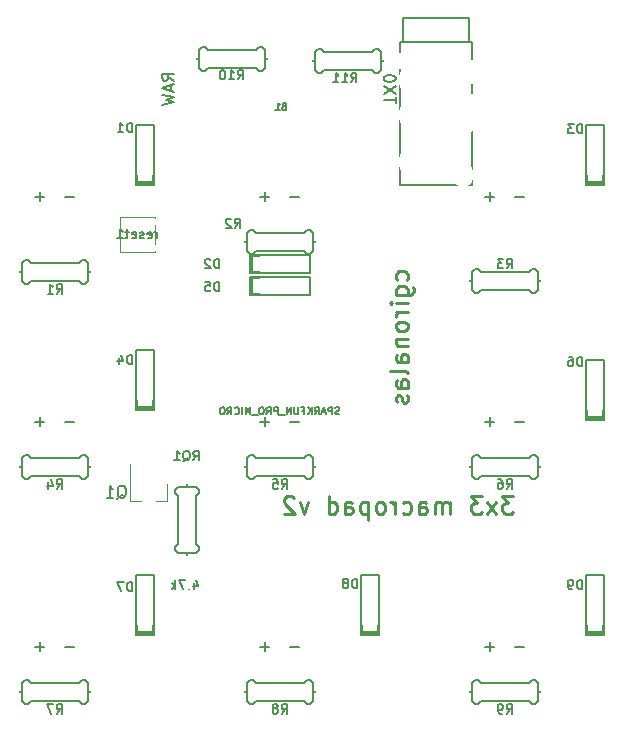
<source format=gbo>
G04 #@! TF.GenerationSoftware,KiCad,Pcbnew,(5.1.6)-1*
G04 #@! TF.CreationDate,2020-12-19T02:43:37-06:00*
G04 #@! TF.ProjectId,macropad_3x3,6d616372-6f70-4616-945f-3378332e6b69,rev?*
G04 #@! TF.SameCoordinates,Original*
G04 #@! TF.FileFunction,Legend,Bot*
G04 #@! TF.FilePolarity,Positive*
%FSLAX46Y46*%
G04 Gerber Fmt 4.6, Leading zero omitted, Abs format (unit mm)*
G04 Created by KiCad (PCBNEW (5.1.6)-1) date 2020-12-19 02:43:37*
%MOMM*%
%LPD*%
G01*
G04 APERTURE LIST*
%ADD10C,0.228600*%
%ADD11C,0.254000*%
%ADD12C,0.150000*%
%ADD13C,0.120000*%
%ADD14C,0.127000*%
%ADD15C,2.101600*%
%ADD16R,2.101600X3.301600*%
%ADD17R,2.101600X2.101600*%
%ADD18R,0.901600X2.001600*%
%ADD19C,1.701600*%
%ADD20R,1.601600X1.301600*%
%ADD21R,1.301600X1.601600*%
%ADD22C,2.351600*%
%ADD23C,4.089400*%
%ADD24C,1.851600*%
%ADD25C,1.801600*%
%ADD26C,0.901600*%
%ADD27C,2.006600*%
%ADD28R,2.006600X2.006600*%
%ADD29R,1.701600X1.701600*%
%ADD30R,1.301600X1.701600*%
%ADD31R,1.701600X1.301600*%
%ADD32O,1.701600X2.101600*%
%ADD33R,0.801600X0.601600*%
%ADD34C,2.082800*%
G04 APERTURE END LIST*
D10*
X61567142Y-42323357D02*
X61638571Y-42180500D01*
X61638571Y-41894785D01*
X61567142Y-41751928D01*
X61495714Y-41680500D01*
X61352857Y-41609071D01*
X60924285Y-41609071D01*
X60781428Y-41680500D01*
X60710000Y-41751928D01*
X60638571Y-41894785D01*
X60638571Y-42180500D01*
X60710000Y-42323357D01*
X60638571Y-43609071D02*
X61852857Y-43609071D01*
X61995714Y-43537642D01*
X62067142Y-43466214D01*
X62138571Y-43323357D01*
X62138571Y-43109071D01*
X62067142Y-42966214D01*
X61567142Y-43609071D02*
X61638571Y-43466214D01*
X61638571Y-43180500D01*
X61567142Y-43037642D01*
X61495714Y-42966214D01*
X61352857Y-42894785D01*
X60924285Y-42894785D01*
X60781428Y-42966214D01*
X60710000Y-43037642D01*
X60638571Y-43180500D01*
X60638571Y-43466214D01*
X60710000Y-43609071D01*
X61638571Y-44323357D02*
X60638571Y-44323357D01*
X60138571Y-44323357D02*
X60210000Y-44251928D01*
X60281428Y-44323357D01*
X60210000Y-44394785D01*
X60138571Y-44323357D01*
X60281428Y-44323357D01*
X61638571Y-45037642D02*
X60638571Y-45037642D01*
X60924285Y-45037642D02*
X60781428Y-45109071D01*
X60710000Y-45180500D01*
X60638571Y-45323357D01*
X60638571Y-45466214D01*
X61638571Y-46180500D02*
X61567142Y-46037642D01*
X61495714Y-45966214D01*
X61352857Y-45894785D01*
X60924285Y-45894785D01*
X60781428Y-45966214D01*
X60710000Y-46037642D01*
X60638571Y-46180500D01*
X60638571Y-46394785D01*
X60710000Y-46537642D01*
X60781428Y-46609071D01*
X60924285Y-46680500D01*
X61352857Y-46680500D01*
X61495714Y-46609071D01*
X61567142Y-46537642D01*
X61638571Y-46394785D01*
X61638571Y-46180500D01*
X60638571Y-47323357D02*
X61638571Y-47323357D01*
X60781428Y-47323357D02*
X60710000Y-47394785D01*
X60638571Y-47537642D01*
X60638571Y-47751928D01*
X60710000Y-47894785D01*
X60852857Y-47966214D01*
X61638571Y-47966214D01*
X61638571Y-49323357D02*
X60852857Y-49323357D01*
X60710000Y-49251928D01*
X60638571Y-49109071D01*
X60638571Y-48823357D01*
X60710000Y-48680500D01*
X61567142Y-49323357D02*
X61638571Y-49180500D01*
X61638571Y-48823357D01*
X61567142Y-48680500D01*
X61424285Y-48609071D01*
X61281428Y-48609071D01*
X61138571Y-48680500D01*
X61067142Y-48823357D01*
X61067142Y-49180500D01*
X60995714Y-49323357D01*
X61638571Y-50251928D02*
X61567142Y-50109071D01*
X61424285Y-50037642D01*
X60138571Y-50037642D01*
X61638571Y-51466214D02*
X60852857Y-51466214D01*
X60710000Y-51394785D01*
X60638571Y-51251928D01*
X60638571Y-50966214D01*
X60710000Y-50823357D01*
X61567142Y-51466214D02*
X61638571Y-51323357D01*
X61638571Y-50966214D01*
X61567142Y-50823357D01*
X61424285Y-50751928D01*
X61281428Y-50751928D01*
X61138571Y-50823357D01*
X61067142Y-50966214D01*
X61067142Y-51323357D01*
X60995714Y-51466214D01*
X61567142Y-52109071D02*
X61638571Y-52251928D01*
X61638571Y-52537642D01*
X61567142Y-52680500D01*
X61424285Y-52751928D01*
X61352857Y-52751928D01*
X61210000Y-52680500D01*
X61138571Y-52537642D01*
X61138571Y-52323357D01*
X61067142Y-52180500D01*
X60924285Y-52109071D01*
X60852857Y-52109071D01*
X60710000Y-52180500D01*
X60638571Y-52323357D01*
X60638571Y-52537642D01*
X60710000Y-52680500D01*
D11*
X70583000Y-60646571D02*
X69654428Y-60646571D01*
X70154428Y-61218000D01*
X69940142Y-61218000D01*
X69797285Y-61289428D01*
X69725857Y-61360857D01*
X69654428Y-61503714D01*
X69654428Y-61860857D01*
X69725857Y-62003714D01*
X69797285Y-62075142D01*
X69940142Y-62146571D01*
X70368714Y-62146571D01*
X70511571Y-62075142D01*
X70583000Y-62003714D01*
X69154428Y-62146571D02*
X68368714Y-61146571D01*
X69154428Y-61146571D02*
X68368714Y-62146571D01*
X67940142Y-60646571D02*
X67011571Y-60646571D01*
X67511571Y-61218000D01*
X67297285Y-61218000D01*
X67154428Y-61289428D01*
X67083000Y-61360857D01*
X67011571Y-61503714D01*
X67011571Y-61860857D01*
X67083000Y-62003714D01*
X67154428Y-62075142D01*
X67297285Y-62146571D01*
X67725857Y-62146571D01*
X67868714Y-62075142D01*
X67940142Y-62003714D01*
X65225857Y-62146571D02*
X65225857Y-61146571D01*
X65225857Y-61289428D02*
X65154428Y-61218000D01*
X65011571Y-61146571D01*
X64797285Y-61146571D01*
X64654428Y-61218000D01*
X64583000Y-61360857D01*
X64583000Y-62146571D01*
X64583000Y-61360857D02*
X64511571Y-61218000D01*
X64368714Y-61146571D01*
X64154428Y-61146571D01*
X64011571Y-61218000D01*
X63940142Y-61360857D01*
X63940142Y-62146571D01*
X62583000Y-62146571D02*
X62583000Y-61360857D01*
X62654428Y-61218000D01*
X62797285Y-61146571D01*
X63083000Y-61146571D01*
X63225857Y-61218000D01*
X62583000Y-62075142D02*
X62725857Y-62146571D01*
X63083000Y-62146571D01*
X63225857Y-62075142D01*
X63297285Y-61932285D01*
X63297285Y-61789428D01*
X63225857Y-61646571D01*
X63083000Y-61575142D01*
X62725857Y-61575142D01*
X62583000Y-61503714D01*
X61225857Y-62075142D02*
X61368714Y-62146571D01*
X61654428Y-62146571D01*
X61797285Y-62075142D01*
X61868714Y-62003714D01*
X61940142Y-61860857D01*
X61940142Y-61432285D01*
X61868714Y-61289428D01*
X61797285Y-61218000D01*
X61654428Y-61146571D01*
X61368714Y-61146571D01*
X61225857Y-61218000D01*
X60583000Y-62146571D02*
X60583000Y-61146571D01*
X60583000Y-61432285D02*
X60511571Y-61289428D01*
X60440142Y-61218000D01*
X60297285Y-61146571D01*
X60154428Y-61146571D01*
X59440142Y-62146571D02*
X59583000Y-62075142D01*
X59654428Y-62003714D01*
X59725857Y-61860857D01*
X59725857Y-61432285D01*
X59654428Y-61289428D01*
X59583000Y-61218000D01*
X59440142Y-61146571D01*
X59225857Y-61146571D01*
X59083000Y-61218000D01*
X59011571Y-61289428D01*
X58940142Y-61432285D01*
X58940142Y-61860857D01*
X59011571Y-62003714D01*
X59083000Y-62075142D01*
X59225857Y-62146571D01*
X59440142Y-62146571D01*
X58297285Y-61146571D02*
X58297285Y-62646571D01*
X58297285Y-61218000D02*
X58154428Y-61146571D01*
X57868714Y-61146571D01*
X57725857Y-61218000D01*
X57654428Y-61289428D01*
X57583000Y-61432285D01*
X57583000Y-61860857D01*
X57654428Y-62003714D01*
X57725857Y-62075142D01*
X57868714Y-62146571D01*
X58154428Y-62146571D01*
X58297285Y-62075142D01*
X56297285Y-62146571D02*
X56297285Y-61360857D01*
X56368714Y-61218000D01*
X56511571Y-61146571D01*
X56797285Y-61146571D01*
X56940142Y-61218000D01*
X56297285Y-62075142D02*
X56440142Y-62146571D01*
X56797285Y-62146571D01*
X56940142Y-62075142D01*
X57011571Y-61932285D01*
X57011571Y-61789428D01*
X56940142Y-61646571D01*
X56797285Y-61575142D01*
X56440142Y-61575142D01*
X56297285Y-61503714D01*
X54940142Y-62146571D02*
X54940142Y-60646571D01*
X54940142Y-62075142D02*
X55083000Y-62146571D01*
X55368714Y-62146571D01*
X55511571Y-62075142D01*
X55583000Y-62003714D01*
X55654428Y-61860857D01*
X55654428Y-61432285D01*
X55583000Y-61289428D01*
X55511571Y-61218000D01*
X55368714Y-61146571D01*
X55083000Y-61146571D01*
X54940142Y-61218000D01*
X53225857Y-61146571D02*
X52868714Y-62146571D01*
X52511571Y-61146571D01*
X52011571Y-60789428D02*
X51940142Y-60718000D01*
X51797285Y-60646571D01*
X51440142Y-60646571D01*
X51297285Y-60718000D01*
X51225857Y-60789428D01*
X51154428Y-60932285D01*
X51154428Y-61075142D01*
X51225857Y-61289428D01*
X52083000Y-62146571D01*
X51154428Y-62146571D01*
D12*
X60618619Y-27400095D02*
X60618619Y-26828666D01*
X59618619Y-27114380D02*
X60618619Y-27114380D01*
X60618619Y-26590571D02*
X59618619Y-25923904D01*
X60618619Y-25923904D02*
X59618619Y-26590571D01*
X60618619Y-25352476D02*
X60618619Y-25257238D01*
X60571000Y-25162000D01*
X60523380Y-25114380D01*
X60428142Y-25066761D01*
X60237666Y-25019142D01*
X59999571Y-25019142D01*
X59809095Y-25066761D01*
X59713857Y-25114380D01*
X59666238Y-25162000D01*
X59618619Y-25257238D01*
X59618619Y-25352476D01*
X59666238Y-25447714D01*
X59713857Y-25495333D01*
X59809095Y-25542952D01*
X59999571Y-25590571D01*
X60237666Y-25590571D01*
X60428142Y-25542952D01*
X60523380Y-25495333D01*
X60571000Y-25447714D01*
X60618619Y-25352476D01*
X41854380Y-25471523D02*
X41378190Y-25138190D01*
X41854380Y-24900095D02*
X40854380Y-24900095D01*
X40854380Y-25281047D01*
X40902000Y-25376285D01*
X40949619Y-25423904D01*
X41044857Y-25471523D01*
X41187714Y-25471523D01*
X41282952Y-25423904D01*
X41330571Y-25376285D01*
X41378190Y-25281047D01*
X41378190Y-24900095D01*
X41568666Y-25852476D02*
X41568666Y-26328666D01*
X41854380Y-25757238D02*
X40854380Y-26090571D01*
X41854380Y-26423904D01*
X40854380Y-26662000D02*
X41854380Y-26900095D01*
X41140095Y-27090571D01*
X41854380Y-27281047D01*
X40854380Y-27519142D01*
D13*
G04 #@! TO.C,Q1*
X41267500Y-61085000D02*
X41267500Y-59625000D01*
X38107500Y-61085000D02*
X38107500Y-57925000D01*
X38107500Y-61085000D02*
X39037500Y-61085000D01*
X41267500Y-61085000D02*
X40337500Y-61085000D01*
D12*
G04 #@! TO.C,R11*
X59346000Y-23050500D02*
X59092000Y-22796500D01*
X59092000Y-22796500D02*
X58838000Y-22796500D01*
X58838000Y-22796500D02*
X58584000Y-23050500D01*
X58584000Y-23050500D02*
X54520000Y-23050500D01*
X54520000Y-23050500D02*
X54266000Y-22796500D01*
X54266000Y-22796500D02*
X54012000Y-22796500D01*
X54012000Y-22796500D02*
X53758000Y-23050500D01*
X53758000Y-23050500D02*
X53758000Y-24574500D01*
X53758000Y-24574500D02*
X54012000Y-24828500D01*
X54012000Y-24828500D02*
X54266000Y-24828500D01*
X54266000Y-24828500D02*
X54520000Y-24574500D01*
X54520000Y-24574500D02*
X58584000Y-24574500D01*
X58584000Y-24574500D02*
X58838000Y-24828500D01*
X58838000Y-24828500D02*
X59092000Y-24828500D01*
X59092000Y-24828500D02*
X59346000Y-24574500D01*
X59346000Y-24574500D02*
X59346000Y-23050500D01*
X59854000Y-23812500D02*
X59346000Y-23812500D01*
X53758000Y-23812500D02*
X53250000Y-23812500D01*
G04 #@! TO.C,R10*
X43968500Y-24384000D02*
X44222500Y-24638000D01*
X44222500Y-24638000D02*
X44476500Y-24638000D01*
X44476500Y-24638000D02*
X44730500Y-24384000D01*
X44730500Y-24384000D02*
X48794500Y-24384000D01*
X48794500Y-24384000D02*
X49048500Y-24638000D01*
X49048500Y-24638000D02*
X49302500Y-24638000D01*
X49302500Y-24638000D02*
X49556500Y-24384000D01*
X49556500Y-24384000D02*
X49556500Y-22860000D01*
X49556500Y-22860000D02*
X49302500Y-22606000D01*
X49302500Y-22606000D02*
X49048500Y-22606000D01*
X49048500Y-22606000D02*
X48794500Y-22860000D01*
X48794500Y-22860000D02*
X44730500Y-22860000D01*
X44730500Y-22860000D02*
X44476500Y-22606000D01*
X44476500Y-22606000D02*
X44222500Y-22606000D01*
X44222500Y-22606000D02*
X43968500Y-22860000D01*
X43968500Y-22860000D02*
X43968500Y-24384000D01*
X43460500Y-23622000D02*
X43968500Y-23622000D01*
X49556500Y-23622000D02*
X50064500Y-23622000D01*
G04 #@! TO.C,R9*
X72644000Y-76454000D02*
X72390000Y-76200000D01*
X72390000Y-76200000D02*
X72136000Y-76200000D01*
X72136000Y-76200000D02*
X71882000Y-76454000D01*
X71882000Y-76454000D02*
X67818000Y-76454000D01*
X67818000Y-76454000D02*
X67564000Y-76200000D01*
X67564000Y-76200000D02*
X67310000Y-76200000D01*
X67310000Y-76200000D02*
X67056000Y-76454000D01*
X67056000Y-76454000D02*
X67056000Y-77978000D01*
X67056000Y-77978000D02*
X67310000Y-78232000D01*
X67310000Y-78232000D02*
X67564000Y-78232000D01*
X67564000Y-78232000D02*
X67818000Y-77978000D01*
X67818000Y-77978000D02*
X71882000Y-77978000D01*
X71882000Y-77978000D02*
X72136000Y-78232000D01*
X72136000Y-78232000D02*
X72390000Y-78232000D01*
X72390000Y-78232000D02*
X72644000Y-77978000D01*
X72644000Y-77978000D02*
X72644000Y-76454000D01*
X73152000Y-77216000D02*
X72644000Y-77216000D01*
X67056000Y-77216000D02*
X66548000Y-77216000D01*
G04 #@! TO.C,R8*
X53594000Y-76454000D02*
X53340000Y-76200000D01*
X53340000Y-76200000D02*
X53086000Y-76200000D01*
X53086000Y-76200000D02*
X52832000Y-76454000D01*
X52832000Y-76454000D02*
X48768000Y-76454000D01*
X48768000Y-76454000D02*
X48514000Y-76200000D01*
X48514000Y-76200000D02*
X48260000Y-76200000D01*
X48260000Y-76200000D02*
X48006000Y-76454000D01*
X48006000Y-76454000D02*
X48006000Y-77978000D01*
X48006000Y-77978000D02*
X48260000Y-78232000D01*
X48260000Y-78232000D02*
X48514000Y-78232000D01*
X48514000Y-78232000D02*
X48768000Y-77978000D01*
X48768000Y-77978000D02*
X52832000Y-77978000D01*
X52832000Y-77978000D02*
X53086000Y-78232000D01*
X53086000Y-78232000D02*
X53340000Y-78232000D01*
X53340000Y-78232000D02*
X53594000Y-77978000D01*
X53594000Y-77978000D02*
X53594000Y-76454000D01*
X54102000Y-77216000D02*
X53594000Y-77216000D01*
X48006000Y-77216000D02*
X47498000Y-77216000D01*
G04 #@! TO.C,R7*
X34544000Y-76454000D02*
X34290000Y-76200000D01*
X34290000Y-76200000D02*
X34036000Y-76200000D01*
X34036000Y-76200000D02*
X33782000Y-76454000D01*
X33782000Y-76454000D02*
X29718000Y-76454000D01*
X29718000Y-76454000D02*
X29464000Y-76200000D01*
X29464000Y-76200000D02*
X29210000Y-76200000D01*
X29210000Y-76200000D02*
X28956000Y-76454000D01*
X28956000Y-76454000D02*
X28956000Y-77978000D01*
X28956000Y-77978000D02*
X29210000Y-78232000D01*
X29210000Y-78232000D02*
X29464000Y-78232000D01*
X29464000Y-78232000D02*
X29718000Y-77978000D01*
X29718000Y-77978000D02*
X33782000Y-77978000D01*
X33782000Y-77978000D02*
X34036000Y-78232000D01*
X34036000Y-78232000D02*
X34290000Y-78232000D01*
X34290000Y-78232000D02*
X34544000Y-77978000D01*
X34544000Y-77978000D02*
X34544000Y-76454000D01*
X35052000Y-77216000D02*
X34544000Y-77216000D01*
X28956000Y-77216000D02*
X28448000Y-77216000D01*
G04 #@! TO.C,R6*
X72644000Y-57404000D02*
X72390000Y-57150000D01*
X72390000Y-57150000D02*
X72136000Y-57150000D01*
X72136000Y-57150000D02*
X71882000Y-57404000D01*
X71882000Y-57404000D02*
X67818000Y-57404000D01*
X67818000Y-57404000D02*
X67564000Y-57150000D01*
X67564000Y-57150000D02*
X67310000Y-57150000D01*
X67310000Y-57150000D02*
X67056000Y-57404000D01*
X67056000Y-57404000D02*
X67056000Y-58928000D01*
X67056000Y-58928000D02*
X67310000Y-59182000D01*
X67310000Y-59182000D02*
X67564000Y-59182000D01*
X67564000Y-59182000D02*
X67818000Y-58928000D01*
X67818000Y-58928000D02*
X71882000Y-58928000D01*
X71882000Y-58928000D02*
X72136000Y-59182000D01*
X72136000Y-59182000D02*
X72390000Y-59182000D01*
X72390000Y-59182000D02*
X72644000Y-58928000D01*
X72644000Y-58928000D02*
X72644000Y-57404000D01*
X73152000Y-58166000D02*
X72644000Y-58166000D01*
X67056000Y-58166000D02*
X66548000Y-58166000D01*
G04 #@! TO.C,R5*
X53594000Y-57404000D02*
X53340000Y-57150000D01*
X53340000Y-57150000D02*
X53086000Y-57150000D01*
X53086000Y-57150000D02*
X52832000Y-57404000D01*
X52832000Y-57404000D02*
X48768000Y-57404000D01*
X48768000Y-57404000D02*
X48514000Y-57150000D01*
X48514000Y-57150000D02*
X48260000Y-57150000D01*
X48260000Y-57150000D02*
X48006000Y-57404000D01*
X48006000Y-57404000D02*
X48006000Y-58928000D01*
X48006000Y-58928000D02*
X48260000Y-59182000D01*
X48260000Y-59182000D02*
X48514000Y-59182000D01*
X48514000Y-59182000D02*
X48768000Y-58928000D01*
X48768000Y-58928000D02*
X52832000Y-58928000D01*
X52832000Y-58928000D02*
X53086000Y-59182000D01*
X53086000Y-59182000D02*
X53340000Y-59182000D01*
X53340000Y-59182000D02*
X53594000Y-58928000D01*
X53594000Y-58928000D02*
X53594000Y-57404000D01*
X54102000Y-58166000D02*
X53594000Y-58166000D01*
X48006000Y-58166000D02*
X47498000Y-58166000D01*
G04 #@! TO.C,R4*
X34544000Y-57404000D02*
X34290000Y-57150000D01*
X34290000Y-57150000D02*
X34036000Y-57150000D01*
X34036000Y-57150000D02*
X33782000Y-57404000D01*
X33782000Y-57404000D02*
X29718000Y-57404000D01*
X29718000Y-57404000D02*
X29464000Y-57150000D01*
X29464000Y-57150000D02*
X29210000Y-57150000D01*
X29210000Y-57150000D02*
X28956000Y-57404000D01*
X28956000Y-57404000D02*
X28956000Y-58928000D01*
X28956000Y-58928000D02*
X29210000Y-59182000D01*
X29210000Y-59182000D02*
X29464000Y-59182000D01*
X29464000Y-59182000D02*
X29718000Y-58928000D01*
X29718000Y-58928000D02*
X33782000Y-58928000D01*
X33782000Y-58928000D02*
X34036000Y-59182000D01*
X34036000Y-59182000D02*
X34290000Y-59182000D01*
X34290000Y-59182000D02*
X34544000Y-58928000D01*
X34544000Y-58928000D02*
X34544000Y-57404000D01*
X35052000Y-58166000D02*
X34544000Y-58166000D01*
X28956000Y-58166000D02*
X28448000Y-58166000D01*
G04 #@! TO.C,R3*
X72644000Y-41656000D02*
X72390000Y-41402000D01*
X72390000Y-41402000D02*
X72136000Y-41402000D01*
X72136000Y-41402000D02*
X71882000Y-41656000D01*
X71882000Y-41656000D02*
X67818000Y-41656000D01*
X67818000Y-41656000D02*
X67564000Y-41402000D01*
X67564000Y-41402000D02*
X67310000Y-41402000D01*
X67310000Y-41402000D02*
X67056000Y-41656000D01*
X67056000Y-41656000D02*
X67056000Y-43180000D01*
X67056000Y-43180000D02*
X67310000Y-43434000D01*
X67310000Y-43434000D02*
X67564000Y-43434000D01*
X67564000Y-43434000D02*
X67818000Y-43180000D01*
X67818000Y-43180000D02*
X71882000Y-43180000D01*
X71882000Y-43180000D02*
X72136000Y-43434000D01*
X72136000Y-43434000D02*
X72390000Y-43434000D01*
X72390000Y-43434000D02*
X72644000Y-43180000D01*
X72644000Y-43180000D02*
X72644000Y-41656000D01*
X73152000Y-42418000D02*
X72644000Y-42418000D01*
X67056000Y-42418000D02*
X66548000Y-42418000D01*
G04 #@! TO.C,R2*
X53594000Y-38354000D02*
X53340000Y-38100000D01*
X53340000Y-38100000D02*
X53086000Y-38100000D01*
X53086000Y-38100000D02*
X52832000Y-38354000D01*
X52832000Y-38354000D02*
X48768000Y-38354000D01*
X48768000Y-38354000D02*
X48514000Y-38100000D01*
X48514000Y-38100000D02*
X48260000Y-38100000D01*
X48260000Y-38100000D02*
X48006000Y-38354000D01*
X48006000Y-38354000D02*
X48006000Y-39878000D01*
X48006000Y-39878000D02*
X48260000Y-40132000D01*
X48260000Y-40132000D02*
X48514000Y-40132000D01*
X48514000Y-40132000D02*
X48768000Y-39878000D01*
X48768000Y-39878000D02*
X52832000Y-39878000D01*
X52832000Y-39878000D02*
X53086000Y-40132000D01*
X53086000Y-40132000D02*
X53340000Y-40132000D01*
X53340000Y-40132000D02*
X53594000Y-39878000D01*
X53594000Y-39878000D02*
X53594000Y-38354000D01*
X54102000Y-39116000D02*
X53594000Y-39116000D01*
X48006000Y-39116000D02*
X47498000Y-39116000D01*
G04 #@! TO.C,R1*
X34544000Y-40894000D02*
X34290000Y-40640000D01*
X34290000Y-40640000D02*
X34036000Y-40640000D01*
X34036000Y-40640000D02*
X33782000Y-40894000D01*
X33782000Y-40894000D02*
X29718000Y-40894000D01*
X29718000Y-40894000D02*
X29464000Y-40640000D01*
X29464000Y-40640000D02*
X29210000Y-40640000D01*
X29210000Y-40640000D02*
X28956000Y-40894000D01*
X28956000Y-40894000D02*
X28956000Y-42418000D01*
X28956000Y-42418000D02*
X29210000Y-42672000D01*
X29210000Y-42672000D02*
X29464000Y-42672000D01*
X29464000Y-42672000D02*
X29718000Y-42418000D01*
X29718000Y-42418000D02*
X33782000Y-42418000D01*
X33782000Y-42418000D02*
X34036000Y-42672000D01*
X34036000Y-42672000D02*
X34290000Y-42672000D01*
X34290000Y-42672000D02*
X34544000Y-42418000D01*
X34544000Y-42418000D02*
X34544000Y-40894000D01*
X35052000Y-41656000D02*
X34544000Y-41656000D01*
X28956000Y-41656000D02*
X28448000Y-41656000D01*
G04 #@! TO.C,RQ1*
X42926000Y-65495000D02*
X42926000Y-66003000D01*
X42926000Y-59399000D02*
X42926000Y-59907000D01*
X42164000Y-59907000D02*
X43688000Y-59907000D01*
X41910000Y-60161000D02*
X42164000Y-59907000D01*
X41910000Y-60415000D02*
X41910000Y-60161000D01*
X42164000Y-60669000D02*
X41910000Y-60415000D01*
X42164000Y-64733000D02*
X42164000Y-60669000D01*
X41910000Y-64987000D02*
X42164000Y-64733000D01*
X41910000Y-65241000D02*
X41910000Y-64987000D01*
X42164000Y-65495000D02*
X41910000Y-65241000D01*
X43688000Y-65495000D02*
X42164000Y-65495000D01*
X43942000Y-65241000D02*
X43688000Y-65495000D01*
X43942000Y-64987000D02*
X43942000Y-65241000D01*
X43688000Y-64733000D02*
X43942000Y-64987000D01*
X43688000Y-60669000D02*
X43688000Y-64733000D01*
X43942000Y-60415000D02*
X43688000Y-60669000D01*
X43942000Y-60161000D02*
X43942000Y-60415000D01*
X43688000Y-59907000D02*
X43942000Y-60161000D01*
G04 #@! TO.C,D9*
X76708000Y-71628000D02*
X78232000Y-71628000D01*
X76708000Y-71755000D02*
X78232000Y-71755000D01*
X78232000Y-71882000D02*
X76708000Y-71882000D01*
X76708000Y-72263000D02*
X78232000Y-72263000D01*
X78232000Y-72136000D02*
X76708000Y-72136000D01*
X76708000Y-72009000D02*
X78232000Y-72009000D01*
X78232000Y-67310000D02*
X76708000Y-67310000D01*
X78232000Y-72390000D02*
X78232000Y-67310000D01*
X76708000Y-72390000D02*
X78232000Y-72390000D01*
X76708000Y-67310000D02*
X76708000Y-72390000D01*
G04 #@! TO.C,D8*
X57658000Y-71628000D02*
X59182000Y-71628000D01*
X57658000Y-71755000D02*
X59182000Y-71755000D01*
X59182000Y-71882000D02*
X57658000Y-71882000D01*
X57658000Y-72263000D02*
X59182000Y-72263000D01*
X59182000Y-72136000D02*
X57658000Y-72136000D01*
X57658000Y-72009000D02*
X59182000Y-72009000D01*
X59182000Y-67310000D02*
X57658000Y-67310000D01*
X59182000Y-72390000D02*
X59182000Y-67310000D01*
X57658000Y-72390000D02*
X59182000Y-72390000D01*
X57658000Y-67310000D02*
X57658000Y-72390000D01*
G04 #@! TO.C,D7*
X38608000Y-71628000D02*
X40132000Y-71628000D01*
X38608000Y-71755000D02*
X40132000Y-71755000D01*
X40132000Y-71882000D02*
X38608000Y-71882000D01*
X38608000Y-72263000D02*
X40132000Y-72263000D01*
X40132000Y-72136000D02*
X38608000Y-72136000D01*
X38608000Y-72009000D02*
X40132000Y-72009000D01*
X40132000Y-67310000D02*
X38608000Y-67310000D01*
X40132000Y-72390000D02*
X40132000Y-67310000D01*
X38608000Y-72390000D02*
X40132000Y-72390000D01*
X38608000Y-67310000D02*
X38608000Y-72390000D01*
G04 #@! TO.C,D6*
X76708000Y-53440500D02*
X78232000Y-53440500D01*
X76708000Y-53567500D02*
X78232000Y-53567500D01*
X78232000Y-53694500D02*
X76708000Y-53694500D01*
X76708000Y-54075500D02*
X78232000Y-54075500D01*
X78232000Y-53948500D02*
X76708000Y-53948500D01*
X76708000Y-53821500D02*
X78232000Y-53821500D01*
X78232000Y-49122500D02*
X76708000Y-49122500D01*
X78232000Y-54202500D02*
X78232000Y-49122500D01*
X76708000Y-54202500D02*
X78232000Y-54202500D01*
X76708000Y-49122500D02*
X76708000Y-54202500D01*
G04 #@! TO.C,D5*
X49022000Y-42100500D02*
X49022000Y-43624500D01*
X48895000Y-42100500D02*
X48895000Y-43624500D01*
X48768000Y-43624500D02*
X48768000Y-42100500D01*
X48387000Y-42100500D02*
X48387000Y-43624500D01*
X48514000Y-43624500D02*
X48514000Y-42100500D01*
X48641000Y-42100500D02*
X48641000Y-43624500D01*
X53340000Y-43624500D02*
X53340000Y-42100500D01*
X48260000Y-43624500D02*
X53340000Y-43624500D01*
X48260000Y-42100500D02*
X48260000Y-43624500D01*
X53340000Y-42100500D02*
X48260000Y-42100500D01*
G04 #@! TO.C,D4*
X38608000Y-52578000D02*
X40132000Y-52578000D01*
X38608000Y-52705000D02*
X40132000Y-52705000D01*
X40132000Y-52832000D02*
X38608000Y-52832000D01*
X38608000Y-53213000D02*
X40132000Y-53213000D01*
X40132000Y-53086000D02*
X38608000Y-53086000D01*
X38608000Y-52959000D02*
X40132000Y-52959000D01*
X40132000Y-48260000D02*
X38608000Y-48260000D01*
X40132000Y-53340000D02*
X40132000Y-48260000D01*
X38608000Y-53340000D02*
X40132000Y-53340000D01*
X38608000Y-48260000D02*
X38608000Y-53340000D01*
G04 #@! TO.C,D3*
X76708000Y-33528000D02*
X78232000Y-33528000D01*
X76708000Y-33655000D02*
X78232000Y-33655000D01*
X78232000Y-33782000D02*
X76708000Y-33782000D01*
X76708000Y-34163000D02*
X78232000Y-34163000D01*
X78232000Y-34036000D02*
X76708000Y-34036000D01*
X76708000Y-33909000D02*
X78232000Y-33909000D01*
X78232000Y-29210000D02*
X76708000Y-29210000D01*
X78232000Y-34290000D02*
X78232000Y-29210000D01*
X76708000Y-34290000D02*
X78232000Y-34290000D01*
X76708000Y-29210000D02*
X76708000Y-34290000D01*
G04 #@! TO.C,D2*
X49022000Y-40259000D02*
X49022000Y-41783000D01*
X48895000Y-40259000D02*
X48895000Y-41783000D01*
X48768000Y-41783000D02*
X48768000Y-40259000D01*
X48387000Y-40259000D02*
X48387000Y-41783000D01*
X48514000Y-41783000D02*
X48514000Y-40259000D01*
X48641000Y-40259000D02*
X48641000Y-41783000D01*
X53340000Y-41783000D02*
X53340000Y-40259000D01*
X48260000Y-41783000D02*
X53340000Y-41783000D01*
X48260000Y-40259000D02*
X48260000Y-41783000D01*
X53340000Y-40259000D02*
X48260000Y-40259000D01*
G04 #@! TO.C,D1*
X38608000Y-33528000D02*
X40132000Y-33528000D01*
X38608000Y-33655000D02*
X40132000Y-33655000D01*
X40132000Y-33782000D02*
X38608000Y-33782000D01*
X38608000Y-34163000D02*
X40132000Y-34163000D01*
X40132000Y-34036000D02*
X38608000Y-34036000D01*
X38608000Y-33909000D02*
X40132000Y-33909000D01*
X40132000Y-29210000D02*
X38608000Y-29210000D01*
X40132000Y-34290000D02*
X40132000Y-29210000D01*
X38608000Y-34290000D02*
X40132000Y-34290000D01*
X38608000Y-29210000D02*
X38608000Y-34290000D01*
G04 #@! TO.C,U1*
X61257500Y-20200000D02*
X66857500Y-20200000D01*
X66857500Y-22200000D02*
X66857500Y-20200000D01*
X61257500Y-22200000D02*
X61257500Y-20200000D01*
X67107500Y-22200000D02*
X67107500Y-34300000D01*
X61007500Y-22200000D02*
X61007500Y-34300000D01*
X61007500Y-34300000D02*
X67107500Y-34300000D01*
X61007500Y-22200000D02*
X67107500Y-22200000D01*
D13*
G04 #@! TO.C,reset1*
X37257000Y-40024000D02*
X37257000Y-37024000D01*
X40257000Y-40024000D02*
X40257000Y-37024000D01*
X40257000Y-37024000D02*
X37257000Y-37024000D01*
X40257000Y-40024000D02*
X37257000Y-40024000D01*
G04 #@! TO.C,Q1*
D12*
X37052238Y-60872619D02*
X37147476Y-60825000D01*
X37242714Y-60729761D01*
X37385571Y-60586904D01*
X37480809Y-60539285D01*
X37576047Y-60539285D01*
X37528428Y-60777380D02*
X37623666Y-60729761D01*
X37718904Y-60634523D01*
X37766523Y-60444047D01*
X37766523Y-60110714D01*
X37718904Y-59920238D01*
X37623666Y-59825000D01*
X37528428Y-59777380D01*
X37337952Y-59777380D01*
X37242714Y-59825000D01*
X37147476Y-59920238D01*
X37099857Y-60110714D01*
X37099857Y-60444047D01*
X37147476Y-60634523D01*
X37242714Y-60729761D01*
X37337952Y-60777380D01*
X37528428Y-60777380D01*
X36147476Y-60777380D02*
X36718904Y-60777380D01*
X36433190Y-60777380D02*
X36433190Y-59777380D01*
X36528428Y-59920238D01*
X36623666Y-60015476D01*
X36718904Y-60063095D01*
G04 #@! TO.C,R11*
X56849285Y-25634904D02*
X57115952Y-25253952D01*
X57306428Y-25634904D02*
X57306428Y-24834904D01*
X57001666Y-24834904D01*
X56925476Y-24873000D01*
X56887380Y-24911095D01*
X56849285Y-24987285D01*
X56849285Y-25101571D01*
X56887380Y-25177761D01*
X56925476Y-25215857D01*
X57001666Y-25253952D01*
X57306428Y-25253952D01*
X56087380Y-25634904D02*
X56544523Y-25634904D01*
X56315952Y-25634904D02*
X56315952Y-24834904D01*
X56392142Y-24949190D01*
X56468333Y-25025380D01*
X56544523Y-25063476D01*
X55325476Y-25634904D02*
X55782619Y-25634904D01*
X55554047Y-25634904D02*
X55554047Y-24834904D01*
X55630238Y-24949190D01*
X55706428Y-25025380D01*
X55782619Y-25063476D01*
G04 #@! TO.C,R10*
X47251385Y-25380904D02*
X47518052Y-24999952D01*
X47708528Y-25380904D02*
X47708528Y-24580904D01*
X47403766Y-24580904D01*
X47327576Y-24619000D01*
X47289480Y-24657095D01*
X47251385Y-24733285D01*
X47251385Y-24847571D01*
X47289480Y-24923761D01*
X47327576Y-24961857D01*
X47403766Y-24999952D01*
X47708528Y-24999952D01*
X46489480Y-25380904D02*
X46946623Y-25380904D01*
X46718052Y-25380904D02*
X46718052Y-24580904D01*
X46794242Y-24695190D01*
X46870433Y-24771380D01*
X46946623Y-24809476D01*
X45994242Y-24580904D02*
X45918052Y-24580904D01*
X45841861Y-24619000D01*
X45803766Y-24657095D01*
X45765671Y-24733285D01*
X45727576Y-24885666D01*
X45727576Y-25076142D01*
X45765671Y-25228523D01*
X45803766Y-25304714D01*
X45841861Y-25342809D01*
X45918052Y-25380904D01*
X45994242Y-25380904D01*
X46070433Y-25342809D01*
X46108528Y-25304714D01*
X46146623Y-25228523D01*
X46184719Y-25076142D01*
X46184719Y-24885666D01*
X46146623Y-24733285D01*
X46108528Y-24657095D01*
X46070433Y-24619000D01*
X45994242Y-24580904D01*
G04 #@! TO.C,R9*
X70008733Y-79077904D02*
X70275400Y-78696952D01*
X70465876Y-79077904D02*
X70465876Y-78277904D01*
X70161114Y-78277904D01*
X70084923Y-78316000D01*
X70046828Y-78354095D01*
X70008733Y-78430285D01*
X70008733Y-78544571D01*
X70046828Y-78620761D01*
X70084923Y-78658857D01*
X70161114Y-78696952D01*
X70465876Y-78696952D01*
X69627780Y-79077904D02*
X69475400Y-79077904D01*
X69399209Y-79039809D01*
X69361114Y-79001714D01*
X69284923Y-78887428D01*
X69246828Y-78735047D01*
X69246828Y-78430285D01*
X69284923Y-78354095D01*
X69323019Y-78316000D01*
X69399209Y-78277904D01*
X69551590Y-78277904D01*
X69627780Y-78316000D01*
X69665876Y-78354095D01*
X69703971Y-78430285D01*
X69703971Y-78620761D01*
X69665876Y-78696952D01*
X69627780Y-78735047D01*
X69551590Y-78773142D01*
X69399209Y-78773142D01*
X69323019Y-78735047D01*
X69284923Y-78696952D01*
X69246828Y-78620761D01*
G04 #@! TO.C,R8*
X50958733Y-79077904D02*
X51225400Y-78696952D01*
X51415876Y-79077904D02*
X51415876Y-78277904D01*
X51111114Y-78277904D01*
X51034923Y-78316000D01*
X50996828Y-78354095D01*
X50958733Y-78430285D01*
X50958733Y-78544571D01*
X50996828Y-78620761D01*
X51034923Y-78658857D01*
X51111114Y-78696952D01*
X51415876Y-78696952D01*
X50501590Y-78620761D02*
X50577780Y-78582666D01*
X50615876Y-78544571D01*
X50653971Y-78468380D01*
X50653971Y-78430285D01*
X50615876Y-78354095D01*
X50577780Y-78316000D01*
X50501590Y-78277904D01*
X50349209Y-78277904D01*
X50273019Y-78316000D01*
X50234923Y-78354095D01*
X50196828Y-78430285D01*
X50196828Y-78468380D01*
X50234923Y-78544571D01*
X50273019Y-78582666D01*
X50349209Y-78620761D01*
X50501590Y-78620761D01*
X50577780Y-78658857D01*
X50615876Y-78696952D01*
X50653971Y-78773142D01*
X50653971Y-78925523D01*
X50615876Y-79001714D01*
X50577780Y-79039809D01*
X50501590Y-79077904D01*
X50349209Y-79077904D01*
X50273019Y-79039809D01*
X50234923Y-79001714D01*
X50196828Y-78925523D01*
X50196828Y-78773142D01*
X50234923Y-78696952D01*
X50273019Y-78658857D01*
X50349209Y-78620761D01*
G04 #@! TO.C,R7*
X31908733Y-79077904D02*
X32175400Y-78696952D01*
X32365876Y-79077904D02*
X32365876Y-78277904D01*
X32061114Y-78277904D01*
X31984923Y-78316000D01*
X31946828Y-78354095D01*
X31908733Y-78430285D01*
X31908733Y-78544571D01*
X31946828Y-78620761D01*
X31984923Y-78658857D01*
X32061114Y-78696952D01*
X32365876Y-78696952D01*
X31642066Y-78277904D02*
X31108733Y-78277904D01*
X31451590Y-79077904D01*
G04 #@! TO.C,R6*
X70008733Y-60027904D02*
X70275400Y-59646952D01*
X70465876Y-60027904D02*
X70465876Y-59227904D01*
X70161114Y-59227904D01*
X70084923Y-59266000D01*
X70046828Y-59304095D01*
X70008733Y-59380285D01*
X70008733Y-59494571D01*
X70046828Y-59570761D01*
X70084923Y-59608857D01*
X70161114Y-59646952D01*
X70465876Y-59646952D01*
X69323019Y-59227904D02*
X69475400Y-59227904D01*
X69551590Y-59266000D01*
X69589685Y-59304095D01*
X69665876Y-59418380D01*
X69703971Y-59570761D01*
X69703971Y-59875523D01*
X69665876Y-59951714D01*
X69627780Y-59989809D01*
X69551590Y-60027904D01*
X69399209Y-60027904D01*
X69323019Y-59989809D01*
X69284923Y-59951714D01*
X69246828Y-59875523D01*
X69246828Y-59685047D01*
X69284923Y-59608857D01*
X69323019Y-59570761D01*
X69399209Y-59532666D01*
X69551590Y-59532666D01*
X69627780Y-59570761D01*
X69665876Y-59608857D01*
X69703971Y-59685047D01*
G04 #@! TO.C,R5*
X50958733Y-60027904D02*
X51225400Y-59646952D01*
X51415876Y-60027904D02*
X51415876Y-59227904D01*
X51111114Y-59227904D01*
X51034923Y-59266000D01*
X50996828Y-59304095D01*
X50958733Y-59380285D01*
X50958733Y-59494571D01*
X50996828Y-59570761D01*
X51034923Y-59608857D01*
X51111114Y-59646952D01*
X51415876Y-59646952D01*
X50234923Y-59227904D02*
X50615876Y-59227904D01*
X50653971Y-59608857D01*
X50615876Y-59570761D01*
X50539685Y-59532666D01*
X50349209Y-59532666D01*
X50273019Y-59570761D01*
X50234923Y-59608857D01*
X50196828Y-59685047D01*
X50196828Y-59875523D01*
X50234923Y-59951714D01*
X50273019Y-59989809D01*
X50349209Y-60027904D01*
X50539685Y-60027904D01*
X50615876Y-59989809D01*
X50653971Y-59951714D01*
G04 #@! TO.C,R4*
X31908733Y-60027904D02*
X32175400Y-59646952D01*
X32365876Y-60027904D02*
X32365876Y-59227904D01*
X32061114Y-59227904D01*
X31984923Y-59266000D01*
X31946828Y-59304095D01*
X31908733Y-59380285D01*
X31908733Y-59494571D01*
X31946828Y-59570761D01*
X31984923Y-59608857D01*
X32061114Y-59646952D01*
X32365876Y-59646952D01*
X31223019Y-59494571D02*
X31223019Y-60027904D01*
X31413495Y-59189809D02*
X31603971Y-59761238D01*
X31108733Y-59761238D01*
G04 #@! TO.C,R3*
X70008733Y-41382904D02*
X70275400Y-41001952D01*
X70465876Y-41382904D02*
X70465876Y-40582904D01*
X70161114Y-40582904D01*
X70084923Y-40621000D01*
X70046828Y-40659095D01*
X70008733Y-40735285D01*
X70008733Y-40849571D01*
X70046828Y-40925761D01*
X70084923Y-40963857D01*
X70161114Y-41001952D01*
X70465876Y-41001952D01*
X69742066Y-40582904D02*
X69246828Y-40582904D01*
X69513495Y-40887666D01*
X69399209Y-40887666D01*
X69323019Y-40925761D01*
X69284923Y-40963857D01*
X69246828Y-41040047D01*
X69246828Y-41230523D01*
X69284923Y-41306714D01*
X69323019Y-41344809D01*
X69399209Y-41382904D01*
X69627780Y-41382904D01*
X69703971Y-41344809D01*
X69742066Y-41306714D01*
G04 #@! TO.C,R2*
X46996333Y-37953904D02*
X47263000Y-37572952D01*
X47453476Y-37953904D02*
X47453476Y-37153904D01*
X47148714Y-37153904D01*
X47072523Y-37192000D01*
X47034428Y-37230095D01*
X46996333Y-37306285D01*
X46996333Y-37420571D01*
X47034428Y-37496761D01*
X47072523Y-37534857D01*
X47148714Y-37572952D01*
X47453476Y-37572952D01*
X46691571Y-37230095D02*
X46653476Y-37192000D01*
X46577285Y-37153904D01*
X46386809Y-37153904D01*
X46310619Y-37192000D01*
X46272523Y-37230095D01*
X46234428Y-37306285D01*
X46234428Y-37382476D01*
X46272523Y-37496761D01*
X46729666Y-37953904D01*
X46234428Y-37953904D01*
G04 #@! TO.C,R1*
X31908733Y-43517904D02*
X32175400Y-43136952D01*
X32365876Y-43517904D02*
X32365876Y-42717904D01*
X32061114Y-42717904D01*
X31984923Y-42756000D01*
X31946828Y-42794095D01*
X31908733Y-42870285D01*
X31908733Y-42984571D01*
X31946828Y-43060761D01*
X31984923Y-43098857D01*
X32061114Y-43136952D01*
X32365876Y-43136952D01*
X31146828Y-43517904D02*
X31603971Y-43517904D01*
X31375400Y-43517904D02*
X31375400Y-42717904D01*
X31451590Y-42832190D01*
X31527780Y-42908380D01*
X31603971Y-42946476D01*
G04 #@! TO.C,RQ1*
X43478380Y-57638904D02*
X43745047Y-57257952D01*
X43935523Y-57638904D02*
X43935523Y-56838904D01*
X43630761Y-56838904D01*
X43554571Y-56877000D01*
X43516476Y-56915095D01*
X43478380Y-56991285D01*
X43478380Y-57105571D01*
X43516476Y-57181761D01*
X43554571Y-57219857D01*
X43630761Y-57257952D01*
X43935523Y-57257952D01*
X42602190Y-57715095D02*
X42678380Y-57677000D01*
X42754571Y-57600809D01*
X42868857Y-57486523D01*
X42945047Y-57448428D01*
X43021238Y-57448428D01*
X42983142Y-57638904D02*
X43059333Y-57600809D01*
X43135523Y-57524619D01*
X43173619Y-57372238D01*
X43173619Y-57105571D01*
X43135523Y-56953190D01*
X43059333Y-56877000D01*
X42983142Y-56838904D01*
X42830761Y-56838904D01*
X42754571Y-56877000D01*
X42678380Y-56953190D01*
X42640285Y-57105571D01*
X42640285Y-57372238D01*
X42678380Y-57524619D01*
X42754571Y-57600809D01*
X42830761Y-57638904D01*
X42983142Y-57638904D01*
X41878380Y-57638904D02*
X42335523Y-57638904D01*
X42106952Y-57638904D02*
X42106952Y-56838904D01*
X42183142Y-56953190D01*
X42259333Y-57029380D01*
X42335523Y-57067476D01*
X43541857Y-68027571D02*
X43541857Y-68560904D01*
X43732333Y-67722809D02*
X43922809Y-68294238D01*
X43427571Y-68294238D01*
X43122809Y-68484714D02*
X43084714Y-68522809D01*
X43122809Y-68560904D01*
X43160904Y-68522809D01*
X43122809Y-68484714D01*
X43122809Y-68560904D01*
X42818047Y-67760904D02*
X42284714Y-67760904D01*
X42627571Y-68560904D01*
X41979952Y-68560904D02*
X41979952Y-67760904D01*
X41903761Y-68256142D02*
X41675190Y-68560904D01*
X41675190Y-68027571D02*
X41979952Y-68332333D01*
G04 #@! TO.C,MX6*
X68199047Y-54371428D02*
X68960952Y-54371428D01*
X68580000Y-54752380D02*
X68580000Y-53990476D01*
X70739047Y-54371428D02*
X71500952Y-54371428D01*
G04 #@! TO.C,MX9*
X68199047Y-73421428D02*
X68960952Y-73421428D01*
X68580000Y-73802380D02*
X68580000Y-73040476D01*
X70739047Y-73421428D02*
X71500952Y-73421428D01*
G04 #@! TO.C,MX8*
X49149047Y-73421428D02*
X49910952Y-73421428D01*
X49530000Y-73802380D02*
X49530000Y-73040476D01*
X51689047Y-73421428D02*
X52450952Y-73421428D01*
G04 #@! TO.C,MX7*
X30099047Y-73421428D02*
X30860952Y-73421428D01*
X30480000Y-73802380D02*
X30480000Y-73040476D01*
X32639047Y-73421428D02*
X33400952Y-73421428D01*
G04 #@! TO.C,MX5*
X49149047Y-54371428D02*
X49910952Y-54371428D01*
X49530000Y-54752380D02*
X49530000Y-53990476D01*
X51689047Y-54371428D02*
X52450952Y-54371428D01*
G04 #@! TO.C,MX4*
X30099047Y-54371428D02*
X30860952Y-54371428D01*
X30480000Y-54752380D02*
X30480000Y-53990476D01*
X32639047Y-54371428D02*
X33400952Y-54371428D01*
G04 #@! TO.C,MX3*
X68199047Y-35321428D02*
X68960952Y-35321428D01*
X68580000Y-35702380D02*
X68580000Y-34940476D01*
X70739047Y-35321428D02*
X71500952Y-35321428D01*
G04 #@! TO.C,MX2*
X49149047Y-35321428D02*
X49910952Y-35321428D01*
X49530000Y-35702380D02*
X49530000Y-34940476D01*
X51689047Y-35321428D02*
X52450952Y-35321428D01*
G04 #@! TO.C,MX1*
X30099047Y-35321428D02*
X30860952Y-35321428D01*
X30480000Y-35702380D02*
X30480000Y-34940476D01*
X32639047Y-35321428D02*
X33400952Y-35321428D01*
G04 #@! TO.C,D9*
X76409476Y-68560904D02*
X76409476Y-67760904D01*
X76219000Y-67760904D01*
X76104714Y-67799000D01*
X76028523Y-67875190D01*
X75990428Y-67951380D01*
X75952333Y-68103761D01*
X75952333Y-68218047D01*
X75990428Y-68370428D01*
X76028523Y-68446619D01*
X76104714Y-68522809D01*
X76219000Y-68560904D01*
X76409476Y-68560904D01*
X75571380Y-68560904D02*
X75419000Y-68560904D01*
X75342809Y-68522809D01*
X75304714Y-68484714D01*
X75228523Y-68370428D01*
X75190428Y-68218047D01*
X75190428Y-67913285D01*
X75228523Y-67837095D01*
X75266619Y-67799000D01*
X75342809Y-67760904D01*
X75495190Y-67760904D01*
X75571380Y-67799000D01*
X75609476Y-67837095D01*
X75647571Y-67913285D01*
X75647571Y-68103761D01*
X75609476Y-68179952D01*
X75571380Y-68218047D01*
X75495190Y-68256142D01*
X75342809Y-68256142D01*
X75266619Y-68218047D01*
X75228523Y-68179952D01*
X75190428Y-68103761D01*
G04 #@! TO.C,D8*
X57359476Y-68433904D02*
X57359476Y-67633904D01*
X57169000Y-67633904D01*
X57054714Y-67672000D01*
X56978523Y-67748190D01*
X56940428Y-67824380D01*
X56902333Y-67976761D01*
X56902333Y-68091047D01*
X56940428Y-68243428D01*
X56978523Y-68319619D01*
X57054714Y-68395809D01*
X57169000Y-68433904D01*
X57359476Y-68433904D01*
X56445190Y-67976761D02*
X56521380Y-67938666D01*
X56559476Y-67900571D01*
X56597571Y-67824380D01*
X56597571Y-67786285D01*
X56559476Y-67710095D01*
X56521380Y-67672000D01*
X56445190Y-67633904D01*
X56292809Y-67633904D01*
X56216619Y-67672000D01*
X56178523Y-67710095D01*
X56140428Y-67786285D01*
X56140428Y-67824380D01*
X56178523Y-67900571D01*
X56216619Y-67938666D01*
X56292809Y-67976761D01*
X56445190Y-67976761D01*
X56521380Y-68014857D01*
X56559476Y-68052952D01*
X56597571Y-68129142D01*
X56597571Y-68281523D01*
X56559476Y-68357714D01*
X56521380Y-68395809D01*
X56445190Y-68433904D01*
X56292809Y-68433904D01*
X56216619Y-68395809D01*
X56178523Y-68357714D01*
X56140428Y-68281523D01*
X56140428Y-68129142D01*
X56178523Y-68052952D01*
X56216619Y-68014857D01*
X56292809Y-67976761D01*
G04 #@! TO.C,D7*
X38309476Y-68687904D02*
X38309476Y-67887904D01*
X38119000Y-67887904D01*
X38004714Y-67926000D01*
X37928523Y-68002190D01*
X37890428Y-68078380D01*
X37852333Y-68230761D01*
X37852333Y-68345047D01*
X37890428Y-68497428D01*
X37928523Y-68573619D01*
X38004714Y-68649809D01*
X38119000Y-68687904D01*
X38309476Y-68687904D01*
X37585666Y-67887904D02*
X37052333Y-67887904D01*
X37395190Y-68687904D01*
G04 #@! TO.C,D6*
X76409476Y-49637904D02*
X76409476Y-48837904D01*
X76219000Y-48837904D01*
X76104714Y-48876000D01*
X76028523Y-48952190D01*
X75990428Y-49028380D01*
X75952333Y-49180761D01*
X75952333Y-49295047D01*
X75990428Y-49447428D01*
X76028523Y-49523619D01*
X76104714Y-49599809D01*
X76219000Y-49637904D01*
X76409476Y-49637904D01*
X75266619Y-48837904D02*
X75419000Y-48837904D01*
X75495190Y-48876000D01*
X75533285Y-48914095D01*
X75609476Y-49028380D01*
X75647571Y-49180761D01*
X75647571Y-49485523D01*
X75609476Y-49561714D01*
X75571380Y-49599809D01*
X75495190Y-49637904D01*
X75342809Y-49637904D01*
X75266619Y-49599809D01*
X75228523Y-49561714D01*
X75190428Y-49485523D01*
X75190428Y-49295047D01*
X75228523Y-49218857D01*
X75266619Y-49180761D01*
X75342809Y-49142666D01*
X75495190Y-49142666D01*
X75571380Y-49180761D01*
X75609476Y-49218857D01*
X75647571Y-49295047D01*
G04 #@! TO.C,D5*
X45675476Y-43287904D02*
X45675476Y-42487904D01*
X45485000Y-42487904D01*
X45370714Y-42526000D01*
X45294523Y-42602190D01*
X45256428Y-42678380D01*
X45218333Y-42830761D01*
X45218333Y-42945047D01*
X45256428Y-43097428D01*
X45294523Y-43173619D01*
X45370714Y-43249809D01*
X45485000Y-43287904D01*
X45675476Y-43287904D01*
X44494523Y-42487904D02*
X44875476Y-42487904D01*
X44913571Y-42868857D01*
X44875476Y-42830761D01*
X44799285Y-42792666D01*
X44608809Y-42792666D01*
X44532619Y-42830761D01*
X44494523Y-42868857D01*
X44456428Y-42945047D01*
X44456428Y-43135523D01*
X44494523Y-43211714D01*
X44532619Y-43249809D01*
X44608809Y-43287904D01*
X44799285Y-43287904D01*
X44875476Y-43249809D01*
X44913571Y-43211714D01*
G04 #@! TO.C,D4*
X38309476Y-49510904D02*
X38309476Y-48710904D01*
X38119000Y-48710904D01*
X38004714Y-48749000D01*
X37928523Y-48825190D01*
X37890428Y-48901380D01*
X37852333Y-49053761D01*
X37852333Y-49168047D01*
X37890428Y-49320428D01*
X37928523Y-49396619D01*
X38004714Y-49472809D01*
X38119000Y-49510904D01*
X38309476Y-49510904D01*
X37166619Y-48977571D02*
X37166619Y-49510904D01*
X37357095Y-48672809D02*
X37547571Y-49244238D01*
X37052333Y-49244238D01*
G04 #@! TO.C,D3*
X76409476Y-29952904D02*
X76409476Y-29152904D01*
X76219000Y-29152904D01*
X76104714Y-29191000D01*
X76028523Y-29267190D01*
X75990428Y-29343380D01*
X75952333Y-29495761D01*
X75952333Y-29610047D01*
X75990428Y-29762428D01*
X76028523Y-29838619D01*
X76104714Y-29914809D01*
X76219000Y-29952904D01*
X76409476Y-29952904D01*
X75685666Y-29152904D02*
X75190428Y-29152904D01*
X75457095Y-29457666D01*
X75342809Y-29457666D01*
X75266619Y-29495761D01*
X75228523Y-29533857D01*
X75190428Y-29610047D01*
X75190428Y-29800523D01*
X75228523Y-29876714D01*
X75266619Y-29914809D01*
X75342809Y-29952904D01*
X75571380Y-29952904D01*
X75647571Y-29914809D01*
X75685666Y-29876714D01*
G04 #@! TO.C,D2*
X45675476Y-41382904D02*
X45675476Y-40582904D01*
X45485000Y-40582904D01*
X45370714Y-40621000D01*
X45294523Y-40697190D01*
X45256428Y-40773380D01*
X45218333Y-40925761D01*
X45218333Y-41040047D01*
X45256428Y-41192428D01*
X45294523Y-41268619D01*
X45370714Y-41344809D01*
X45485000Y-41382904D01*
X45675476Y-41382904D01*
X44913571Y-40659095D02*
X44875476Y-40621000D01*
X44799285Y-40582904D01*
X44608809Y-40582904D01*
X44532619Y-40621000D01*
X44494523Y-40659095D01*
X44456428Y-40735285D01*
X44456428Y-40811476D01*
X44494523Y-40925761D01*
X44951666Y-41382904D01*
X44456428Y-41382904D01*
G04 #@! TO.C,D1*
X38309476Y-29825904D02*
X38309476Y-29025904D01*
X38119000Y-29025904D01*
X38004714Y-29064000D01*
X37928523Y-29140190D01*
X37890428Y-29216380D01*
X37852333Y-29368761D01*
X37852333Y-29483047D01*
X37890428Y-29635428D01*
X37928523Y-29711619D01*
X38004714Y-29787809D01*
X38119000Y-29825904D01*
X38309476Y-29825904D01*
X37090428Y-29825904D02*
X37547571Y-29825904D01*
X37319000Y-29825904D02*
X37319000Y-29025904D01*
X37395190Y-29140190D01*
X37471380Y-29216380D01*
X37547571Y-29254476D01*
G04 #@! TO.C,reset1*
X40433190Y-38842904D02*
X40433190Y-38309571D01*
X40433190Y-38461952D02*
X40395095Y-38385761D01*
X40357000Y-38347666D01*
X40280809Y-38309571D01*
X40204619Y-38309571D01*
X39633190Y-38804809D02*
X39709380Y-38842904D01*
X39861761Y-38842904D01*
X39937952Y-38804809D01*
X39976047Y-38728619D01*
X39976047Y-38423857D01*
X39937952Y-38347666D01*
X39861761Y-38309571D01*
X39709380Y-38309571D01*
X39633190Y-38347666D01*
X39595095Y-38423857D01*
X39595095Y-38500047D01*
X39976047Y-38576238D01*
X39290333Y-38804809D02*
X39214142Y-38842904D01*
X39061761Y-38842904D01*
X38985571Y-38804809D01*
X38947476Y-38728619D01*
X38947476Y-38690523D01*
X38985571Y-38614333D01*
X39061761Y-38576238D01*
X39176047Y-38576238D01*
X39252238Y-38538142D01*
X39290333Y-38461952D01*
X39290333Y-38423857D01*
X39252238Y-38347666D01*
X39176047Y-38309571D01*
X39061761Y-38309571D01*
X38985571Y-38347666D01*
X38299857Y-38804809D02*
X38376047Y-38842904D01*
X38528428Y-38842904D01*
X38604619Y-38804809D01*
X38642714Y-38728619D01*
X38642714Y-38423857D01*
X38604619Y-38347666D01*
X38528428Y-38309571D01*
X38376047Y-38309571D01*
X38299857Y-38347666D01*
X38261761Y-38423857D01*
X38261761Y-38500047D01*
X38642714Y-38576238D01*
X38033190Y-38309571D02*
X37728428Y-38309571D01*
X37918904Y-38042904D02*
X37918904Y-38728619D01*
X37880809Y-38804809D01*
X37804619Y-38842904D01*
X37728428Y-38842904D01*
X37042714Y-38842904D02*
X37499857Y-38842904D01*
X37271285Y-38842904D02*
X37271285Y-38042904D01*
X37347476Y-38157190D01*
X37423666Y-38233380D01*
X37499857Y-38271476D01*
G04 #@! TO.C,B1*
D14*
X51173742Y-27642457D02*
X51086657Y-27671485D01*
X51057628Y-27700514D01*
X51028600Y-27758571D01*
X51028600Y-27845657D01*
X51057628Y-27903714D01*
X51086657Y-27932742D01*
X51144714Y-27961771D01*
X51376942Y-27961771D01*
X51376942Y-27352171D01*
X51173742Y-27352171D01*
X51115685Y-27381200D01*
X51086657Y-27410228D01*
X51057628Y-27468285D01*
X51057628Y-27526342D01*
X51086657Y-27584400D01*
X51115685Y-27613428D01*
X51173742Y-27642457D01*
X51376942Y-27642457D01*
X50448028Y-27961771D02*
X50796371Y-27961771D01*
X50622200Y-27961771D02*
X50622200Y-27352171D01*
X50680257Y-27439257D01*
X50738314Y-27497314D01*
X50796371Y-27526342D01*
X55865485Y-53713742D02*
X55778400Y-53742771D01*
X55633257Y-53742771D01*
X55575200Y-53713742D01*
X55546171Y-53684714D01*
X55517142Y-53626657D01*
X55517142Y-53568600D01*
X55546171Y-53510542D01*
X55575200Y-53481514D01*
X55633257Y-53452485D01*
X55749371Y-53423457D01*
X55807428Y-53394428D01*
X55836457Y-53365400D01*
X55865485Y-53307342D01*
X55865485Y-53249285D01*
X55836457Y-53191228D01*
X55807428Y-53162200D01*
X55749371Y-53133171D01*
X55604228Y-53133171D01*
X55517142Y-53162200D01*
X55255885Y-53742771D02*
X55255885Y-53133171D01*
X55023657Y-53133171D01*
X54965600Y-53162200D01*
X54936571Y-53191228D01*
X54907542Y-53249285D01*
X54907542Y-53336371D01*
X54936571Y-53394428D01*
X54965600Y-53423457D01*
X55023657Y-53452485D01*
X55255885Y-53452485D01*
X54675314Y-53568600D02*
X54385028Y-53568600D01*
X54733371Y-53742771D02*
X54530171Y-53133171D01*
X54326971Y-53742771D01*
X53775428Y-53742771D02*
X53978628Y-53452485D01*
X54123771Y-53742771D02*
X54123771Y-53133171D01*
X53891542Y-53133171D01*
X53833485Y-53162200D01*
X53804457Y-53191228D01*
X53775428Y-53249285D01*
X53775428Y-53336371D01*
X53804457Y-53394428D01*
X53833485Y-53423457D01*
X53891542Y-53452485D01*
X54123771Y-53452485D01*
X53514171Y-53742771D02*
X53514171Y-53133171D01*
X53165828Y-53742771D02*
X53427085Y-53394428D01*
X53165828Y-53133171D02*
X53514171Y-53481514D01*
X52701371Y-53423457D02*
X52904571Y-53423457D01*
X52904571Y-53742771D02*
X52904571Y-53133171D01*
X52614285Y-53133171D01*
X52382057Y-53133171D02*
X52382057Y-53626657D01*
X52353028Y-53684714D01*
X52324000Y-53713742D01*
X52265942Y-53742771D01*
X52149828Y-53742771D01*
X52091771Y-53713742D01*
X52062742Y-53684714D01*
X52033714Y-53626657D01*
X52033714Y-53133171D01*
X51743428Y-53742771D02*
X51743428Y-53133171D01*
X51395085Y-53742771D01*
X51395085Y-53133171D01*
X51249942Y-53800828D02*
X50785485Y-53800828D01*
X50640342Y-53742771D02*
X50640342Y-53133171D01*
X50408114Y-53133171D01*
X50350057Y-53162200D01*
X50321028Y-53191228D01*
X50292000Y-53249285D01*
X50292000Y-53336371D01*
X50321028Y-53394428D01*
X50350057Y-53423457D01*
X50408114Y-53452485D01*
X50640342Y-53452485D01*
X49682400Y-53742771D02*
X49885600Y-53452485D01*
X50030742Y-53742771D02*
X50030742Y-53133171D01*
X49798514Y-53133171D01*
X49740457Y-53162200D01*
X49711428Y-53191228D01*
X49682400Y-53249285D01*
X49682400Y-53336371D01*
X49711428Y-53394428D01*
X49740457Y-53423457D01*
X49798514Y-53452485D01*
X50030742Y-53452485D01*
X49305028Y-53133171D02*
X49188914Y-53133171D01*
X49130857Y-53162200D01*
X49072800Y-53220257D01*
X49043771Y-53336371D01*
X49043771Y-53539571D01*
X49072800Y-53655685D01*
X49130857Y-53713742D01*
X49188914Y-53742771D01*
X49305028Y-53742771D01*
X49363085Y-53713742D01*
X49421142Y-53655685D01*
X49450171Y-53539571D01*
X49450171Y-53336371D01*
X49421142Y-53220257D01*
X49363085Y-53162200D01*
X49305028Y-53133171D01*
X48927657Y-53800828D02*
X48463200Y-53800828D01*
X48318057Y-53742771D02*
X48318057Y-53133171D01*
X48114857Y-53568600D01*
X47911657Y-53133171D01*
X47911657Y-53742771D01*
X47621371Y-53742771D02*
X47621371Y-53133171D01*
X46982742Y-53684714D02*
X47011771Y-53713742D01*
X47098857Y-53742771D01*
X47156914Y-53742771D01*
X47244000Y-53713742D01*
X47302057Y-53655685D01*
X47331085Y-53597628D01*
X47360114Y-53481514D01*
X47360114Y-53394428D01*
X47331085Y-53278314D01*
X47302057Y-53220257D01*
X47244000Y-53162200D01*
X47156914Y-53133171D01*
X47098857Y-53133171D01*
X47011771Y-53162200D01*
X46982742Y-53191228D01*
X46373142Y-53742771D02*
X46576342Y-53452485D01*
X46721485Y-53742771D02*
X46721485Y-53133171D01*
X46489257Y-53133171D01*
X46431200Y-53162200D01*
X46402171Y-53191228D01*
X46373142Y-53249285D01*
X46373142Y-53336371D01*
X46402171Y-53394428D01*
X46431200Y-53423457D01*
X46489257Y-53452485D01*
X46721485Y-53452485D01*
X45995771Y-53133171D02*
X45879657Y-53133171D01*
X45821600Y-53162200D01*
X45763542Y-53220257D01*
X45734514Y-53336371D01*
X45734514Y-53539571D01*
X45763542Y-53655685D01*
X45821600Y-53713742D01*
X45879657Y-53742771D01*
X45995771Y-53742771D01*
X46053828Y-53713742D01*
X46111885Y-53655685D01*
X46140914Y-53539571D01*
X46140914Y-53336371D01*
X46111885Y-53220257D01*
X46053828Y-53162200D01*
X45995771Y-53133171D01*
G04 #@! TD*
%LPC*%
D15*
G04 #@! TO.C,RE2*
X72350000Y-24750000D03*
X67350000Y-24750000D03*
D16*
X75450000Y-31750000D03*
X64250000Y-31750000D03*
D15*
X72350000Y-39250000D03*
X69850000Y-39250000D03*
D17*
X67350000Y-39250000D03*
G04 #@! TD*
D18*
G04 #@! TO.C,Q1*
X39687500Y-61825000D03*
X40637500Y-58825000D03*
X38737500Y-58825000D03*
G04 #@! TD*
D19*
G04 #@! TO.C,R11*
X52652000Y-23812500D03*
X60452000Y-23812500D03*
D20*
X57902000Y-23812500D03*
X55202000Y-23812500D03*
G04 #@! TD*
D19*
G04 #@! TO.C,R10*
X50662500Y-23622000D03*
X42862500Y-23622000D03*
D20*
X45412500Y-23622000D03*
X48112500Y-23622000D03*
G04 #@! TD*
D19*
G04 #@! TO.C,R9*
X65950000Y-77216000D03*
X73750000Y-77216000D03*
D20*
X71200000Y-77216000D03*
X68500000Y-77216000D03*
G04 #@! TD*
D19*
G04 #@! TO.C,R8*
X46900000Y-77216000D03*
X54700000Y-77216000D03*
D20*
X52150000Y-77216000D03*
X49450000Y-77216000D03*
G04 #@! TD*
D19*
G04 #@! TO.C,R7*
X27850000Y-77216000D03*
X35650000Y-77216000D03*
D20*
X33100000Y-77216000D03*
X30400000Y-77216000D03*
G04 #@! TD*
D19*
G04 #@! TO.C,R6*
X65950000Y-58166000D03*
X73750000Y-58166000D03*
D20*
X71200000Y-58166000D03*
X68500000Y-58166000D03*
G04 #@! TD*
D19*
G04 #@! TO.C,R5*
X46900000Y-58166000D03*
X54700000Y-58166000D03*
D20*
X52150000Y-58166000D03*
X49450000Y-58166000D03*
G04 #@! TD*
D19*
G04 #@! TO.C,R4*
X27850000Y-58166000D03*
X35650000Y-58166000D03*
D20*
X33100000Y-58166000D03*
X30400000Y-58166000D03*
G04 #@! TD*
D19*
G04 #@! TO.C,R3*
X65950000Y-42418000D03*
X73750000Y-42418000D03*
D20*
X71200000Y-42418000D03*
X68500000Y-42418000D03*
G04 #@! TD*
D19*
G04 #@! TO.C,R2*
X46900000Y-39116000D03*
X54700000Y-39116000D03*
D20*
X52150000Y-39116000D03*
X49450000Y-39116000D03*
G04 #@! TD*
D19*
G04 #@! TO.C,R1*
X27850000Y-41656000D03*
X35650000Y-41656000D03*
D20*
X33100000Y-41656000D03*
X30400000Y-41656000D03*
G04 #@! TD*
D21*
G04 #@! TO.C,RQ1*
X42926000Y-61351000D03*
X42926000Y-64051000D03*
D19*
X42926000Y-58801000D03*
X42926000Y-66601000D03*
G04 #@! TD*
G04 #@! TO.C,MX6*
G36*
G01*
X72270027Y-47473077D02*
X72270028Y-47473077D01*
G75*
G02*
X71176923Y-46220028I79972J1173077D01*
G01*
X71216465Y-45639996D01*
G75*
G02*
X72469514Y-44546891I1173077J-79972D01*
G01*
X72469514Y-44546891D01*
G75*
G02*
X73562619Y-45799940I-79972J-1173077D01*
G01*
X73523077Y-46379972D01*
G75*
G02*
X72270028Y-47473077I-1173077J79972D01*
G01*
G37*
D22*
X72390000Y-45720000D03*
G36*
G01*
X65254762Y-49135162D02*
X65254762Y-49135162D01*
G75*
G02*
X65164838Y-47474762I785238J875162D01*
G01*
X66474828Y-46014754D01*
G75*
G02*
X68135228Y-45924830I875162J-785238D01*
G01*
X68135228Y-45924830D01*
G75*
G02*
X68225152Y-47585230I-785238J-875162D01*
G01*
X66915162Y-49045238D01*
G75*
G02*
X65254762Y-49135162I-875162J785238D01*
G01*
G37*
D23*
X69850000Y-50800000D03*
D22*
X67350000Y-46800000D03*
D24*
X64770000Y-50800000D03*
X74930000Y-50800000D03*
D15*
X74850000Y-47000000D03*
X69850000Y-44900000D03*
D25*
X64350000Y-50800000D03*
X75350000Y-50800000D03*
D26*
X64630000Y-55000000D03*
D27*
X68580000Y-55880000D03*
D28*
X71120000Y-55880000D03*
G04 #@! TD*
G04 #@! TO.C,MX9*
G36*
G01*
X72270027Y-66523077D02*
X72270028Y-66523077D01*
G75*
G02*
X71176923Y-65270028I79972J1173077D01*
G01*
X71216465Y-64689996D01*
G75*
G02*
X72469514Y-63596891I1173077J-79972D01*
G01*
X72469514Y-63596891D01*
G75*
G02*
X73562619Y-64849940I-79972J-1173077D01*
G01*
X73523077Y-65429972D01*
G75*
G02*
X72270028Y-66523077I-1173077J79972D01*
G01*
G37*
D22*
X72390000Y-64770000D03*
G36*
G01*
X65254762Y-68185162D02*
X65254762Y-68185162D01*
G75*
G02*
X65164838Y-66524762I785238J875162D01*
G01*
X66474828Y-65064754D01*
G75*
G02*
X68135228Y-64974830I875162J-785238D01*
G01*
X68135228Y-64974830D01*
G75*
G02*
X68225152Y-66635230I-785238J-875162D01*
G01*
X66915162Y-68095238D01*
G75*
G02*
X65254762Y-68185162I-875162J785238D01*
G01*
G37*
D23*
X69850000Y-69850000D03*
D22*
X67350000Y-65850000D03*
D24*
X64770000Y-69850000D03*
X74930000Y-69850000D03*
D15*
X74850000Y-66050000D03*
X69850000Y-63950000D03*
D25*
X64350000Y-69850000D03*
X75350000Y-69850000D03*
D26*
X64630000Y-74050000D03*
D27*
X68580000Y-74930000D03*
D28*
X71120000Y-74930000D03*
G04 #@! TD*
G04 #@! TO.C,MX8*
G36*
G01*
X53220027Y-66523077D02*
X53220028Y-66523077D01*
G75*
G02*
X52126923Y-65270028I79972J1173077D01*
G01*
X52166465Y-64689996D01*
G75*
G02*
X53419514Y-63596891I1173077J-79972D01*
G01*
X53419514Y-63596891D01*
G75*
G02*
X54512619Y-64849940I-79972J-1173077D01*
G01*
X54473077Y-65429972D01*
G75*
G02*
X53220028Y-66523077I-1173077J79972D01*
G01*
G37*
D22*
X53340000Y-64770000D03*
G36*
G01*
X46204762Y-68185162D02*
X46204762Y-68185162D01*
G75*
G02*
X46114838Y-66524762I785238J875162D01*
G01*
X47424828Y-65064754D01*
G75*
G02*
X49085228Y-64974830I875162J-785238D01*
G01*
X49085228Y-64974830D01*
G75*
G02*
X49175152Y-66635230I-785238J-875162D01*
G01*
X47865162Y-68095238D01*
G75*
G02*
X46204762Y-68185162I-875162J785238D01*
G01*
G37*
D23*
X50800000Y-69850000D03*
D22*
X48300000Y-65850000D03*
D24*
X45720000Y-69850000D03*
X55880000Y-69850000D03*
D15*
X55800000Y-66050000D03*
X50800000Y-63950000D03*
D25*
X45300000Y-69850000D03*
X56300000Y-69850000D03*
D26*
X45580000Y-74050000D03*
D27*
X49530000Y-74930000D03*
D28*
X52070000Y-74930000D03*
G04 #@! TD*
G04 #@! TO.C,MX7*
G36*
G01*
X34170027Y-66523077D02*
X34170028Y-66523077D01*
G75*
G02*
X33076923Y-65270028I79972J1173077D01*
G01*
X33116465Y-64689996D01*
G75*
G02*
X34369514Y-63596891I1173077J-79972D01*
G01*
X34369514Y-63596891D01*
G75*
G02*
X35462619Y-64849940I-79972J-1173077D01*
G01*
X35423077Y-65429972D01*
G75*
G02*
X34170028Y-66523077I-1173077J79972D01*
G01*
G37*
D22*
X34290000Y-64770000D03*
G36*
G01*
X27154762Y-68185162D02*
X27154762Y-68185162D01*
G75*
G02*
X27064838Y-66524762I785238J875162D01*
G01*
X28374828Y-65064754D01*
G75*
G02*
X30035228Y-64974830I875162J-785238D01*
G01*
X30035228Y-64974830D01*
G75*
G02*
X30125152Y-66635230I-785238J-875162D01*
G01*
X28815162Y-68095238D01*
G75*
G02*
X27154762Y-68185162I-875162J785238D01*
G01*
G37*
D23*
X31750000Y-69850000D03*
D22*
X29250000Y-65850000D03*
D24*
X26670000Y-69850000D03*
X36830000Y-69850000D03*
D15*
X36750000Y-66050000D03*
X31750000Y-63950000D03*
D25*
X26250000Y-69850000D03*
X37250000Y-69850000D03*
D26*
X26530000Y-74050000D03*
D27*
X30480000Y-74930000D03*
D28*
X33020000Y-74930000D03*
G04 #@! TD*
G04 #@! TO.C,MX5*
G36*
G01*
X53220027Y-47473077D02*
X53220028Y-47473077D01*
G75*
G02*
X52126923Y-46220028I79972J1173077D01*
G01*
X52166465Y-45639996D01*
G75*
G02*
X53419514Y-44546891I1173077J-79972D01*
G01*
X53419514Y-44546891D01*
G75*
G02*
X54512619Y-45799940I-79972J-1173077D01*
G01*
X54473077Y-46379972D01*
G75*
G02*
X53220028Y-47473077I-1173077J79972D01*
G01*
G37*
D22*
X53340000Y-45720000D03*
G36*
G01*
X46204762Y-49135162D02*
X46204762Y-49135162D01*
G75*
G02*
X46114838Y-47474762I785238J875162D01*
G01*
X47424828Y-46014754D01*
G75*
G02*
X49085228Y-45924830I875162J-785238D01*
G01*
X49085228Y-45924830D01*
G75*
G02*
X49175152Y-47585230I-785238J-875162D01*
G01*
X47865162Y-49045238D01*
G75*
G02*
X46204762Y-49135162I-875162J785238D01*
G01*
G37*
D23*
X50800000Y-50800000D03*
D22*
X48300000Y-46800000D03*
D24*
X45720000Y-50800000D03*
X55880000Y-50800000D03*
D15*
X55800000Y-47000000D03*
X50800000Y-44900000D03*
D25*
X45300000Y-50800000D03*
X56300000Y-50800000D03*
D26*
X45580000Y-55000000D03*
D27*
X49530000Y-55880000D03*
D28*
X52070000Y-55880000D03*
G04 #@! TD*
G04 #@! TO.C,MX4*
G36*
G01*
X34170027Y-47473077D02*
X34170028Y-47473077D01*
G75*
G02*
X33076923Y-46220028I79972J1173077D01*
G01*
X33116465Y-45639996D01*
G75*
G02*
X34369514Y-44546891I1173077J-79972D01*
G01*
X34369514Y-44546891D01*
G75*
G02*
X35462619Y-45799940I-79972J-1173077D01*
G01*
X35423077Y-46379972D01*
G75*
G02*
X34170028Y-47473077I-1173077J79972D01*
G01*
G37*
D22*
X34290000Y-45720000D03*
G36*
G01*
X27154762Y-49135162D02*
X27154762Y-49135162D01*
G75*
G02*
X27064838Y-47474762I785238J875162D01*
G01*
X28374828Y-46014754D01*
G75*
G02*
X30035228Y-45924830I875162J-785238D01*
G01*
X30035228Y-45924830D01*
G75*
G02*
X30125152Y-47585230I-785238J-875162D01*
G01*
X28815162Y-49045238D01*
G75*
G02*
X27154762Y-49135162I-875162J785238D01*
G01*
G37*
D23*
X31750000Y-50800000D03*
D22*
X29250000Y-46800000D03*
D24*
X26670000Y-50800000D03*
X36830000Y-50800000D03*
D15*
X36750000Y-47000000D03*
X31750000Y-44900000D03*
D25*
X26250000Y-50800000D03*
X37250000Y-50800000D03*
D26*
X26530000Y-55000000D03*
D27*
X30480000Y-55880000D03*
D28*
X33020000Y-55880000D03*
G04 #@! TD*
G04 #@! TO.C,MX3*
G36*
G01*
X72270027Y-28423077D02*
X72270028Y-28423077D01*
G75*
G02*
X71176923Y-27170028I79972J1173077D01*
G01*
X71216465Y-26589996D01*
G75*
G02*
X72469514Y-25496891I1173077J-79972D01*
G01*
X72469514Y-25496891D01*
G75*
G02*
X73562619Y-26749940I-79972J-1173077D01*
G01*
X73523077Y-27329972D01*
G75*
G02*
X72270028Y-28423077I-1173077J79972D01*
G01*
G37*
D22*
X72390000Y-26670000D03*
G36*
G01*
X65254762Y-30085162D02*
X65254762Y-30085162D01*
G75*
G02*
X65164838Y-28424762I785238J875162D01*
G01*
X66474828Y-26964754D01*
G75*
G02*
X68135228Y-26874830I875162J-785238D01*
G01*
X68135228Y-26874830D01*
G75*
G02*
X68225152Y-28535230I-785238J-875162D01*
G01*
X66915162Y-29995238D01*
G75*
G02*
X65254762Y-30085162I-875162J785238D01*
G01*
G37*
D23*
X69850000Y-31750000D03*
D22*
X67350000Y-27750000D03*
D24*
X64770000Y-31750000D03*
X74930000Y-31750000D03*
D15*
X74850000Y-27950000D03*
X69850000Y-25850000D03*
D25*
X64350000Y-31750000D03*
X75350000Y-31750000D03*
D26*
X64630000Y-35950000D03*
D27*
X68580000Y-36830000D03*
D28*
X71120000Y-36830000D03*
G04 #@! TD*
G04 #@! TO.C,MX2*
G36*
G01*
X53220027Y-28423077D02*
X53220028Y-28423077D01*
G75*
G02*
X52126923Y-27170028I79972J1173077D01*
G01*
X52166465Y-26589996D01*
G75*
G02*
X53419514Y-25496891I1173077J-79972D01*
G01*
X53419514Y-25496891D01*
G75*
G02*
X54512619Y-26749940I-79972J-1173077D01*
G01*
X54473077Y-27329972D01*
G75*
G02*
X53220028Y-28423077I-1173077J79972D01*
G01*
G37*
D22*
X53340000Y-26670000D03*
G36*
G01*
X46204762Y-30085162D02*
X46204762Y-30085162D01*
G75*
G02*
X46114838Y-28424762I785238J875162D01*
G01*
X47424828Y-26964754D01*
G75*
G02*
X49085228Y-26874830I875162J-785238D01*
G01*
X49085228Y-26874830D01*
G75*
G02*
X49175152Y-28535230I-785238J-875162D01*
G01*
X47865162Y-29995238D01*
G75*
G02*
X46204762Y-30085162I-875162J785238D01*
G01*
G37*
D23*
X50800000Y-31750000D03*
D22*
X48300000Y-27750000D03*
D24*
X45720000Y-31750000D03*
X55880000Y-31750000D03*
D15*
X55800000Y-27950000D03*
X50800000Y-25850000D03*
D25*
X45300000Y-31750000D03*
X56300000Y-31750000D03*
D26*
X45580000Y-35950000D03*
D27*
X49530000Y-36830000D03*
D28*
X52070000Y-36830000D03*
G04 #@! TD*
G04 #@! TO.C,MX1*
G36*
G01*
X34170027Y-28423077D02*
X34170028Y-28423077D01*
G75*
G02*
X33076923Y-27170028I79972J1173077D01*
G01*
X33116465Y-26589996D01*
G75*
G02*
X34369514Y-25496891I1173077J-79972D01*
G01*
X34369514Y-25496891D01*
G75*
G02*
X35462619Y-26749940I-79972J-1173077D01*
G01*
X35423077Y-27329972D01*
G75*
G02*
X34170028Y-28423077I-1173077J79972D01*
G01*
G37*
D22*
X34290000Y-26670000D03*
G36*
G01*
X27154762Y-30085162D02*
X27154762Y-30085162D01*
G75*
G02*
X27064838Y-28424762I785238J875162D01*
G01*
X28374828Y-26964754D01*
G75*
G02*
X30035228Y-26874830I875162J-785238D01*
G01*
X30035228Y-26874830D01*
G75*
G02*
X30125152Y-28535230I-785238J-875162D01*
G01*
X28815162Y-29995238D01*
G75*
G02*
X27154762Y-30085162I-875162J785238D01*
G01*
G37*
D23*
X31750000Y-31750000D03*
D22*
X29250000Y-27750000D03*
D24*
X26670000Y-31750000D03*
X36830000Y-31750000D03*
D15*
X36750000Y-27950000D03*
X31750000Y-25850000D03*
D25*
X26250000Y-31750000D03*
X37250000Y-31750000D03*
D26*
X26530000Y-35950000D03*
D27*
X30480000Y-36830000D03*
D28*
X33020000Y-36830000D03*
G04 #@! TD*
D29*
G04 #@! TO.C,D9*
X77470000Y-73750000D03*
D19*
X77470000Y-65950000D03*
D30*
X77470000Y-71250000D03*
X77470000Y-68450000D03*
G04 #@! TD*
D29*
G04 #@! TO.C,D8*
X58420000Y-73750000D03*
D19*
X58420000Y-65950000D03*
D30*
X58420000Y-71250000D03*
X58420000Y-68450000D03*
G04 #@! TD*
D29*
G04 #@! TO.C,D7*
X39370000Y-73750000D03*
D19*
X39370000Y-65950000D03*
D30*
X39370000Y-71250000D03*
X39370000Y-68450000D03*
G04 #@! TD*
D29*
G04 #@! TO.C,D6*
X77470000Y-55562500D03*
D19*
X77470000Y-47762500D03*
D30*
X77470000Y-53062500D03*
X77470000Y-50262500D03*
G04 #@! TD*
D29*
G04 #@! TO.C,D5*
X46900000Y-42862500D03*
D19*
X54700000Y-42862500D03*
D31*
X49400000Y-42862500D03*
X52200000Y-42862500D03*
G04 #@! TD*
D29*
G04 #@! TO.C,D4*
X39370000Y-54700000D03*
D19*
X39370000Y-46900000D03*
D30*
X39370000Y-52200000D03*
X39370000Y-49400000D03*
G04 #@! TD*
D29*
G04 #@! TO.C,D3*
X77470000Y-35650000D03*
D19*
X77470000Y-27850000D03*
D30*
X77470000Y-33150000D03*
X77470000Y-30350000D03*
G04 #@! TD*
D29*
G04 #@! TO.C,D2*
X46900000Y-41021000D03*
D19*
X54700000Y-41021000D03*
D31*
X49400000Y-41021000D03*
X52200000Y-41021000D03*
G04 #@! TD*
D29*
G04 #@! TO.C,D1*
X39370000Y-35650000D03*
D19*
X39370000Y-27850000D03*
D30*
X39370000Y-33150000D03*
X39370000Y-30350000D03*
G04 #@! TD*
D32*
G04 #@! TO.C,U1*
X66357500Y-33500000D03*
X61757500Y-32400000D03*
X61757500Y-25400000D03*
D26*
X64057500Y-30800000D03*
X64057500Y-23800000D03*
D32*
X61757500Y-28400000D03*
G04 #@! TD*
D33*
G04 #@! TO.C,reset1*
X36957000Y-39624000D03*
X40557000Y-39624000D03*
X36957000Y-37424000D03*
X40557000Y-37424000D03*
G04 #@! TD*
D15*
G04 #@! TO.C,RE1*
X34250000Y-24750000D03*
X29250000Y-24750000D03*
D16*
X37350000Y-31750000D03*
X26150000Y-31750000D03*
D15*
X34250000Y-39250000D03*
X31750000Y-39250000D03*
D17*
X29250000Y-39250000D03*
G04 #@! TD*
D34*
G04 #@! TO.C,B1*
X43180000Y-26193750D03*
X43180000Y-28733750D03*
X43180000Y-31273750D03*
X43180000Y-33813750D03*
X43180000Y-36353750D03*
X43180000Y-38893750D03*
X43180000Y-41433750D03*
X43180000Y-43973750D03*
X43180000Y-46513750D03*
X43180000Y-49053750D03*
X43180000Y-51593750D03*
X43180000Y-54133750D03*
X58420000Y-54133750D03*
X58420000Y-51593750D03*
X58420000Y-49053750D03*
X58420000Y-46513750D03*
X58420000Y-43973750D03*
X58420000Y-41433750D03*
X58420000Y-38893750D03*
X58420000Y-36353750D03*
X58420000Y-33813750D03*
X58420000Y-31273750D03*
X58420000Y-28733750D03*
X58420000Y-26193750D03*
G04 #@! TD*
M02*

</source>
